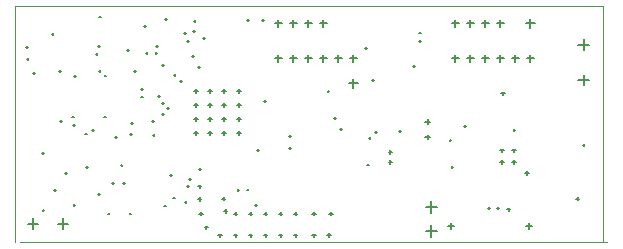
<source format=gbr>
%TF.GenerationSoftware,Altium Limited,Altium Designer,19.0.15 (446)*%
G04 Layer_Color=128*
%FSLAX26Y26*%
%MOIN*%
%TF.FileFunction,Drillmap*%
%TF.Part,Single*%
G01*
G75*
%TA.AperFunction,NonConductor*%
%ADD114C,0.005000*%
%ADD123C,0.003937*%
D114*
X1604535Y729921D02*
X1628535D01*
X1616535Y717921D02*
Y741921D01*
X1554535Y729921D02*
X1578535D01*
X1566535Y717921D02*
Y741921D01*
X1504535Y729921D02*
X1528535D01*
X1516535Y717921D02*
Y741921D01*
X1454535Y729921D02*
X1478535D01*
X1466535Y717921D02*
Y741921D01*
X863984Y729921D02*
X887984D01*
X875984Y717921D02*
Y741921D01*
X913984Y729921D02*
X937984D01*
X925984Y717921D02*
Y741921D01*
X963984Y729921D02*
X987984D01*
X975984Y717921D02*
Y741921D01*
X1013984Y729921D02*
X1037984D01*
X1025984Y717921D02*
Y741921D01*
X1875984Y659449D02*
X1911417D01*
X1893701Y641732D02*
Y677165D01*
X1875984Y541338D02*
X1911417D01*
X1893701Y523622D02*
Y559055D01*
X1702756Y53740D02*
X1722441D01*
X1712599Y43898D02*
Y63583D01*
X1442913Y53740D02*
X1462598D01*
X1452756Y43898D02*
Y63583D01*
X1366240Y403150D02*
X1381240D01*
X1373740Y395650D02*
Y410650D01*
X1366231Y351969D02*
X1381231D01*
X1373731Y344469D02*
Y359469D01*
X863984Y614173D02*
X887984D01*
X875984Y602173D02*
Y626173D01*
X913984Y614173D02*
X937984D01*
X925984Y602173D02*
Y626173D01*
X963984Y614173D02*
X987984D01*
X975984Y602173D02*
Y626173D01*
X1013984Y614173D02*
X1037984D01*
X1025984Y602173D02*
Y626173D01*
X1063984Y614173D02*
X1087984D01*
X1075984Y602173D02*
Y626173D01*
X1113984Y614173D02*
X1137984D01*
X1125984Y602173D02*
Y626173D01*
X1704535Y614173D02*
X1728535D01*
X1716535Y602173D02*
Y626173D01*
X1654535Y614173D02*
X1678535D01*
X1666535Y602173D02*
Y626173D01*
X1604535Y614173D02*
X1628535D01*
X1616535Y602173D02*
Y626173D01*
X1554535Y614173D02*
X1578535D01*
X1566535Y602173D02*
Y626173D01*
X1504535Y614173D02*
X1528535D01*
X1516535Y602173D02*
Y626173D01*
X1454535Y614173D02*
X1478535D01*
X1466535Y602173D02*
Y626173D01*
X140551Y62381D02*
X175984D01*
X158268Y44665D02*
Y80098D01*
X40551Y62381D02*
X75984D01*
X58268Y44665D02*
Y80098D01*
X1111615Y530707D02*
X1141142D01*
X1126378Y515944D02*
Y545471D01*
X1701378Y729921D02*
X1730906D01*
X1716142Y715158D02*
Y744685D01*
X1366929Y118110D02*
X1406299D01*
X1386614Y98425D02*
Y137795D01*
X1366929Y38583D02*
X1406299D01*
X1386614Y18898D02*
Y58268D01*
X1655417Y307087D02*
X1667417D01*
X1661417Y301087D02*
Y313087D01*
X1655417Y267717D02*
X1667417D01*
X1661417Y261717D02*
Y273717D01*
X1616047Y307087D02*
X1628047D01*
X1622047Y301087D02*
Y313087D01*
X1616047Y267716D02*
X1628047D01*
X1622047Y261716D02*
Y273716D01*
X1496266Y388210D02*
X1502250D01*
X1499258Y385218D02*
Y391202D01*
X1660390Y375196D02*
X1666375D01*
X1663382Y372204D02*
Y378188D01*
X1453701Y251673D02*
X1459685D01*
X1456693Y248681D02*
Y254665D01*
X1637701Y110376D02*
X1649701D01*
X1643701Y104376D02*
Y116376D01*
X1576142Y114961D02*
X1582126D01*
X1579134Y111969D02*
Y117953D01*
X1446968Y339934D02*
X1452953D01*
X1449960Y336942D02*
Y342926D01*
X1698721Y232283D02*
X1710721D01*
X1704721Y226283D02*
Y238283D01*
X1605669Y114134D02*
X1611653D01*
X1608661Y111142D02*
Y117126D01*
X1868016Y146063D02*
X1880016D01*
X1874016Y140063D02*
Y152063D01*
X1619000Y497087D02*
X1631000D01*
X1625000Y491087D02*
Y503087D01*
X608030Y585826D02*
X614014D01*
X611022Y582833D02*
Y588818D01*
X90446Y106672D02*
X96351D01*
X93399Y103720D02*
Y109625D01*
X128898Y175197D02*
X134882D01*
X131890Y172205D02*
Y178189D01*
X467086Y630707D02*
X473070D01*
X470078Y627715D02*
Y633699D01*
X469205Y655362D02*
X475189D01*
X472197Y652370D02*
Y658354D01*
X1244000Y302165D02*
X1256000D01*
X1250000Y296165D02*
Y308165D01*
X1244000Y268701D02*
X1256000D01*
X1250000Y262701D02*
Y274701D01*
X1279118Y371000D02*
X1285102D01*
X1282110Y368008D02*
Y373992D01*
X1189008Y541000D02*
X1194992D01*
X1192000Y538008D02*
Y543992D01*
X297008Y556451D02*
X302992D01*
X300000Y553459D02*
Y559443D01*
X373439Y640915D02*
X379424D01*
X376432Y637923D02*
Y643907D01*
X488008Y590000D02*
X493992D01*
X491000Y587008D02*
Y592992D01*
X595551Y364567D02*
X608543D01*
X602047Y358071D02*
Y371063D01*
X595551Y411811D02*
X608543D01*
X602047Y405315D02*
Y418307D01*
X595551Y459055D02*
X608543D01*
X602047Y452559D02*
Y465551D01*
X595551Y506299D02*
X608543D01*
X602047Y499803D02*
Y512795D01*
X642795Y364567D02*
X655787D01*
X649291Y358071D02*
Y371063D01*
X642795Y411811D02*
X655787D01*
X649291Y405315D02*
Y418307D01*
X642795Y459055D02*
X655787D01*
X649291Y452559D02*
Y465551D01*
X642795Y506299D02*
X655787D01*
X649291Y499803D02*
Y512795D01*
X690039Y364567D02*
X703031D01*
X696535Y358071D02*
Y371063D01*
X690039Y411811D02*
X703031D01*
X696535Y405315D02*
Y418307D01*
X690039Y459055D02*
X703031D01*
X696535Y452559D02*
Y465551D01*
X690039Y506299D02*
X703031D01*
X696535Y499803D02*
Y512795D01*
X737283Y364567D02*
X750275D01*
X743779Y358071D02*
Y371063D01*
X737283Y411811D02*
X750275D01*
X743779Y405315D02*
Y418307D01*
X737283Y459055D02*
X750275D01*
X743779Y452559D02*
Y465551D01*
X737283Y506299D02*
X750275D01*
X743779Y499803D02*
Y512795D01*
X506808Y446872D02*
X512793D01*
X509801Y443880D02*
Y449864D01*
X476020Y487227D02*
X482004D01*
X479012Y484235D02*
Y490219D01*
X488273Y464682D02*
X494257D01*
X491265Y461690D02*
Y467674D01*
X561183Y697833D02*
X567167D01*
X564175Y694841D02*
Y700825D01*
X457594Y357301D02*
X463578D01*
X460586Y354309D02*
Y360293D01*
X386724Y397657D02*
X392708D01*
X389716Y394665D02*
Y400649D01*
X573118Y670000D02*
X579102D01*
X576110Y667008D02*
Y672992D01*
X828921Y470000D02*
X834905D01*
X831913Y467008D02*
Y472992D01*
X611118Y245000D02*
X617102D01*
X614110Y242008D02*
Y247992D01*
X571020Y187055D02*
X577005D01*
X574013Y184063D02*
Y190047D01*
X549175Y538554D02*
X555159D01*
X552167Y535562D02*
Y541546D01*
X625168Y682258D02*
X631152D01*
X628160Y679266D02*
Y685250D01*
X589118Y621000D02*
X595102D01*
X592110Y618008D02*
Y623992D01*
X578779Y212381D02*
X584764D01*
X581771Y209389D02*
Y215373D01*
X434016Y630465D02*
X440000D01*
X437008Y627472D02*
Y633457D01*
X489091Y429155D02*
X495075D01*
X492083Y426163D02*
Y432147D01*
X592285Y704920D02*
X598269D01*
X595277Y701928D02*
Y707912D01*
X418583Y511836D02*
X424567D01*
X421575Y508844D02*
Y514828D01*
X144774Y571933D02*
X150758D01*
X147766Y568941D02*
Y574926D01*
X194843Y553676D02*
X200827D01*
X197835Y550683D02*
Y556668D01*
X350884Y256760D02*
X356868D01*
X353876Y253768D02*
Y259752D01*
X121002Y693931D02*
X126908D01*
X123955Y690979D02*
Y696884D01*
X382498Y360779D02*
X388483D01*
X385491Y357786D02*
Y363771D01*
X455625Y404547D02*
X461609D01*
X458617Y401555D02*
Y407539D01*
X428859Y722623D02*
X434843D01*
X431851Y719631D02*
Y725615D01*
X418587Y486244D02*
X424571D01*
X421579Y483252D02*
Y489236D01*
X267663Y628968D02*
X273568D01*
X270616Y626015D02*
Y631920D01*
X277522Y571933D02*
X283506D01*
X280514Y568941D02*
Y574926D01*
X233228Y363189D02*
X239213D01*
X236220Y360197D02*
Y366181D01*
X166280Y230326D02*
X172185D01*
X169233Y227373D02*
Y233279D01*
X307279Y96457D02*
X313264D01*
X310272Y93465D02*
Y99449D01*
X236885Y250000D02*
X242869D01*
X239877Y247008D02*
Y252992D01*
X88543Y298976D02*
X94528D01*
X91535Y295984D02*
Y301968D01*
X193898Y123634D02*
X199803D01*
X196850Y120682D02*
Y126587D01*
X275551Y160433D02*
X281535D01*
X278543Y157441D02*
Y163425D01*
X321118Y198000D02*
X327102D01*
X324110Y195008D02*
Y200992D01*
X58007Y565972D02*
X63913D01*
X60960Y563020D02*
Y568925D01*
X276482Y653575D02*
X282466D01*
X279474Y650583D02*
Y656567D01*
X296223Y419594D02*
X302207D01*
X299215Y416602D02*
Y422586D01*
X188050Y419594D02*
X194034D01*
X191042Y416602D02*
Y422586D01*
X148583Y405512D02*
X154567D01*
X151575Y402520D02*
Y408504D01*
X332049Y352755D02*
X338034D01*
X335041Y349763D02*
Y355747D01*
X380423Y96457D02*
X386408D01*
X383415Y93465D02*
Y99449D01*
X279435Y752989D02*
X285419D01*
X282427Y749997D02*
Y755981D01*
X359118Y198000D02*
X365102D01*
X362110Y195008D02*
Y200992D01*
X497774Y744676D02*
X503758D01*
X500766Y741684D02*
Y747668D01*
X255919Y373228D02*
X261903D01*
X258911Y370235D02*
Y376220D01*
X192579Y392225D02*
X198563D01*
X195571Y389233D02*
Y395217D01*
X1344331Y670118D02*
X1350315D01*
X1347323Y667126D02*
Y673110D01*
X1344921Y699646D02*
X1350905D01*
X1347913Y696654D02*
Y702638D01*
X1166890Y647636D02*
X1172874D01*
X1169882Y644644D02*
Y650629D01*
X396616Y571701D02*
X402600D01*
X399608Y568709D02*
Y574693D01*
X1062877Y414081D02*
X1068861D01*
X1065869Y411089D02*
Y417073D01*
X823190Y740353D02*
X829174D01*
X826182Y737361D02*
Y743345D01*
X527505Y558014D02*
X533490D01*
X530498Y555022D02*
Y561007D01*
X773190Y740943D02*
X779174D01*
X776182Y737951D02*
Y743935D01*
X594057Y737203D02*
X600041D01*
X597049Y734211D02*
Y740195D01*
X1040316Y503542D02*
X1046300D01*
X1043308Y500550D02*
Y506534D01*
X911118Y315000D02*
X917102D01*
X914110Y312008D02*
Y317992D01*
X806063Y308159D02*
X812047D01*
X809055Y305167D02*
Y311151D01*
X35394Y650748D02*
X41378D01*
X38386Y647756D02*
Y653740D01*
X607786Y145115D02*
X619786D01*
X613786Y139115D02*
Y151115D01*
X607858Y186929D02*
X619858D01*
X613858Y180929D02*
Y192929D01*
X1197753Y368203D02*
X1203737D01*
X1200745Y365211D02*
Y371195D01*
X515118Y225000D02*
X521102D01*
X518110Y222008D02*
Y227992D01*
X913118Y356000D02*
X919102D01*
X916110Y353008D02*
Y358992D01*
X1177505Y348620D02*
X1183489D01*
X1180497Y345628D02*
Y351612D01*
X563937Y135827D02*
X569921D01*
X566929Y132835D02*
Y138819D01*
X526535Y149606D02*
X532520D01*
X529528Y146614D02*
Y152598D01*
X1324760Y587257D02*
X1330744D01*
X1327752Y584265D02*
Y590249D01*
X1890807Y324500D02*
X1896791D01*
X1893799Y321508D02*
Y327492D01*
X778094Y96378D02*
X790094D01*
X784094Y90378D02*
Y102378D01*
X778094Y23500D02*
X790094D01*
X784094Y17500D02*
Y29500D01*
X797921Y125433D02*
X803905D01*
X800913Y122441D02*
Y128425D01*
X740316Y174017D02*
X746300D01*
X743308Y171025D02*
Y177009D01*
X770921Y176433D02*
X776905D01*
X773913Y173441D02*
Y179425D01*
X728094Y96378D02*
X740094D01*
X734094Y90378D02*
Y102378D01*
X728094Y23500D02*
X740094D01*
X734094Y17500D02*
Y29500D01*
X878094Y23500D02*
X890094D01*
X884094Y17500D02*
Y29500D01*
X878094Y96378D02*
X890094D01*
X884094Y90378D02*
Y102378D01*
X828094Y96378D02*
X840094D01*
X834094Y90378D02*
Y102378D01*
X828094Y23500D02*
X840094D01*
X834094Y17500D02*
Y29500D01*
X1172205Y259844D02*
X1178189D01*
X1175197Y256851D02*
Y262836D01*
X494881Y123031D02*
X500865D01*
X497873Y120039D02*
Y126023D01*
X1081653Y377378D02*
X1087638D01*
X1084646Y374386D02*
Y380370D01*
X37362Y612562D02*
X43346D01*
X40354Y609570D02*
Y615554D01*
X694858Y105378D02*
X706858D01*
X700858Y99378D02*
Y111378D01*
X687858Y146378D02*
X699858D01*
X693858Y140378D02*
Y152378D01*
X928094Y96378D02*
X940094D01*
X934094Y90378D02*
Y102378D01*
X988724Y96378D02*
X1000724D01*
X994724Y90378D02*
Y102378D01*
X1046724Y96378D02*
X1058724D01*
X1052724Y90378D02*
Y102378D01*
X1038724Y25000D02*
X1050724D01*
X1044724Y19000D02*
Y31000D01*
X988724Y23500D02*
X1000724D01*
X994724Y17500D02*
Y29500D01*
X928094Y23500D02*
X940094D01*
X934094Y17500D02*
Y29500D01*
X630264Y50000D02*
X642264D01*
X636264Y44000D02*
Y56000D01*
X676337Y23500D02*
X688337D01*
X682337Y17500D02*
Y29500D01*
X611858Y96378D02*
X623858D01*
X617858Y90378D02*
Y102378D01*
D123*
X1958661Y-0D02*
Y787402D01*
X-0Y787401D02*
X1957110Y787402D01*
X-0Y-0D02*
Y787401D01*
X15748Y-0D02*
X1972858Y-0D01*
%TF.MD5,f2e53289a24bc9f067a0060f89630535*%
M02*

</source>
